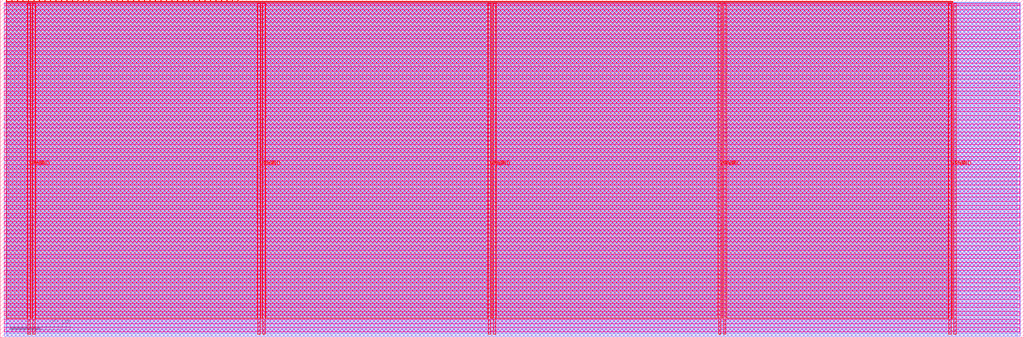
<source format=lef>
VERSION 5.7 ;
  NOWIREEXTENSIONATPIN ON ;
  DIVIDERCHAR "/" ;
  BUSBITCHARS "[]" ;
MACRO tt_um_emern_top
  CLASS BLOCK ;
  FOREIGN tt_um_emern_top ;
  ORIGIN 0.000 0.000 ;
  SIZE 682.640 BY 225.760 ;
  PIN VGND
    DIRECTION INOUT ;
    USE GROUND ;
    PORT
      LAYER met4 ;
        RECT 21.580 2.480 23.180 223.280 ;
    END
    PORT
      LAYER met4 ;
        RECT 175.180 2.480 176.780 223.280 ;
    END
    PORT
      LAYER met4 ;
        RECT 328.780 2.480 330.380 223.280 ;
    END
    PORT
      LAYER met4 ;
        RECT 482.380 2.480 483.980 223.280 ;
    END
    PORT
      LAYER met4 ;
        RECT 635.980 2.480 637.580 223.280 ;
    END
  END VGND
  PIN VPWR
    DIRECTION INOUT ;
    USE POWER ;
    PORT
      LAYER met4 ;
        RECT 18.280 2.480 19.880 223.280 ;
    END
    PORT
      LAYER met4 ;
        RECT 171.880 2.480 173.480 223.280 ;
    END
    PORT
      LAYER met4 ;
        RECT 325.480 2.480 327.080 223.280 ;
    END
    PORT
      LAYER met4 ;
        RECT 479.080 2.480 480.680 223.280 ;
    END
    PORT
      LAYER met4 ;
        RECT 632.680 2.480 634.280 223.280 ;
    END
  END VPWR
  PIN clk
    DIRECTION INPUT ;
    USE SIGNAL ;
    ANTENNAGATEAREA 0.852000 ;
    PORT
      LAYER met4 ;
        RECT 154.870 224.760 155.170 225.760 ;
    END
  END clk
  PIN ena
    DIRECTION INPUT ;
    USE SIGNAL ;
    PORT
      LAYER met4 ;
        RECT 158.550 224.760 158.850 225.760 ;
    END
  END ena
  PIN rst_n
    DIRECTION INPUT ;
    USE SIGNAL ;
    ANTENNAGATEAREA 0.196500 ;
    PORT
      LAYER met4 ;
        RECT 151.190 224.760 151.490 225.760 ;
    END
  END rst_n
  PIN ui_in[0]
    DIRECTION INPUT ;
    USE SIGNAL ;
    PORT
      LAYER met4 ;
        RECT 147.510 224.760 147.810 225.760 ;
    END
  END ui_in[0]
  PIN ui_in[1]
    DIRECTION INPUT ;
    USE SIGNAL ;
    PORT
      LAYER met4 ;
        RECT 143.830 224.760 144.130 225.760 ;
    END
  END ui_in[1]
  PIN ui_in[2]
    DIRECTION INPUT ;
    USE SIGNAL ;
    PORT
      LAYER met4 ;
        RECT 140.150 224.760 140.450 225.760 ;
    END
  END ui_in[2]
  PIN ui_in[3]
    DIRECTION INPUT ;
    USE SIGNAL ;
    PORT
      LAYER met4 ;
        RECT 136.470 224.760 136.770 225.760 ;
    END
  END ui_in[3]
  PIN ui_in[4]
    DIRECTION INPUT ;
    USE SIGNAL ;
    PORT
      LAYER met4 ;
        RECT 132.790 224.760 133.090 225.760 ;
    END
  END ui_in[4]
  PIN ui_in[5]
    DIRECTION INPUT ;
    USE SIGNAL ;
    PORT
      LAYER met4 ;
        RECT 129.110 224.760 129.410 225.760 ;
    END
  END ui_in[5]
  PIN ui_in[6]
    DIRECTION INPUT ;
    USE SIGNAL ;
    PORT
      LAYER met4 ;
        RECT 125.430 224.760 125.730 225.760 ;
    END
  END ui_in[6]
  PIN ui_in[7]
    DIRECTION INPUT ;
    USE SIGNAL ;
    PORT
      LAYER met4 ;
        RECT 121.750 224.760 122.050 225.760 ;
    END
  END ui_in[7]
  PIN uio_in[0]
    DIRECTION INPUT ;
    USE SIGNAL ;
    ANTENNAGATEAREA 0.196500 ;
    PORT
      LAYER met4 ;
        RECT 118.070 224.760 118.370 225.760 ;
    END
  END uio_in[0]
  PIN uio_in[1]
    DIRECTION INPUT ;
    USE SIGNAL ;
    ANTENNAGATEAREA 0.196500 ;
    PORT
      LAYER met4 ;
        RECT 114.390 224.760 114.690 225.760 ;
    END
  END uio_in[1]
  PIN uio_in[2]
    DIRECTION INPUT ;
    USE SIGNAL ;
    PORT
      LAYER met4 ;
        RECT 110.710 224.760 111.010 225.760 ;
    END
  END uio_in[2]
  PIN uio_in[3]
    DIRECTION INPUT ;
    USE SIGNAL ;
    ANTENNAGATEAREA 0.196500 ;
    PORT
      LAYER met4 ;
        RECT 107.030 224.760 107.330 225.760 ;
    END
  END uio_in[3]
  PIN uio_in[4]
    DIRECTION INPUT ;
    USE SIGNAL ;
    PORT
      LAYER met4 ;
        RECT 103.350 224.760 103.650 225.760 ;
    END
  END uio_in[4]
  PIN uio_in[5]
    DIRECTION INPUT ;
    USE SIGNAL ;
    PORT
      LAYER met4 ;
        RECT 99.670 224.760 99.970 225.760 ;
    END
  END uio_in[5]
  PIN uio_in[6]
    DIRECTION INPUT ;
    USE SIGNAL ;
    PORT
      LAYER met4 ;
        RECT 95.990 224.760 96.290 225.760 ;
    END
  END uio_in[6]
  PIN uio_in[7]
    DIRECTION INPUT ;
    USE SIGNAL ;
    PORT
      LAYER met4 ;
        RECT 92.310 224.760 92.610 225.760 ;
    END
  END uio_in[7]
  PIN uio_oe[0]
    DIRECTION OUTPUT ;
    USE SIGNAL ;
    ANTENNADIFFAREA 0.445500 ;
    PORT
      LAYER met4 ;
        RECT 29.750 224.760 30.050 225.760 ;
    END
  END uio_oe[0]
  PIN uio_oe[1]
    DIRECTION OUTPUT ;
    USE SIGNAL ;
    ANTENNADIFFAREA 0.445500 ;
    PORT
      LAYER met4 ;
        RECT 26.070 224.760 26.370 225.760 ;
    END
  END uio_oe[1]
  PIN uio_oe[2]
    DIRECTION OUTPUT ;
    USE SIGNAL ;
    ANTENNADIFFAREA 0.445500 ;
    PORT
      LAYER met4 ;
        RECT 22.390 224.760 22.690 225.760 ;
    END
  END uio_oe[2]
  PIN uio_oe[3]
    DIRECTION OUTPUT ;
    USE SIGNAL ;
    ANTENNADIFFAREA 0.445500 ;
    PORT
      LAYER met4 ;
        RECT 18.710 224.760 19.010 225.760 ;
    END
  END uio_oe[3]
  PIN uio_oe[4]
    DIRECTION OUTPUT ;
    USE SIGNAL ;
    ANTENNADIFFAREA 0.445500 ;
    PORT
      LAYER met4 ;
        RECT 15.030 224.760 15.330 225.760 ;
    END
  END uio_oe[4]
  PIN uio_oe[5]
    DIRECTION OUTPUT ;
    USE SIGNAL ;
    ANTENNADIFFAREA 0.445500 ;
    PORT
      LAYER met4 ;
        RECT 11.350 224.760 11.650 225.760 ;
    END
  END uio_oe[5]
  PIN uio_oe[6]
    DIRECTION OUTPUT ;
    USE SIGNAL ;
    ANTENNADIFFAREA 0.445500 ;
    PORT
      LAYER met4 ;
        RECT 7.670 224.760 7.970 225.760 ;
    END
  END uio_oe[6]
  PIN uio_oe[7]
    DIRECTION OUTPUT ;
    USE SIGNAL ;
    ANTENNADIFFAREA 0.445500 ;
    PORT
      LAYER met4 ;
        RECT 3.990 224.760 4.290 225.760 ;
    END
  END uio_oe[7]
  PIN uio_out[0]
    DIRECTION OUTPUT ;
    USE SIGNAL ;
    ANTENNADIFFAREA 0.445500 ;
    PORT
      LAYER met4 ;
        RECT 59.190 224.760 59.490 225.760 ;
    END
  END uio_out[0]
  PIN uio_out[1]
    DIRECTION OUTPUT ;
    USE SIGNAL ;
    ANTENNADIFFAREA 0.445500 ;
    PORT
      LAYER met4 ;
        RECT 55.510 224.760 55.810 225.760 ;
    END
  END uio_out[1]
  PIN uio_out[2]
    DIRECTION OUTPUT ;
    USE SIGNAL ;
    ANTENNADIFFAREA 0.445500 ;
    PORT
      LAYER met4 ;
        RECT 51.830 224.760 52.130 225.760 ;
    END
  END uio_out[2]
  PIN uio_out[3]
    DIRECTION OUTPUT ;
    USE SIGNAL ;
    ANTENNADIFFAREA 0.445500 ;
    PORT
      LAYER met4 ;
        RECT 48.150 224.760 48.450 225.760 ;
    END
  END uio_out[3]
  PIN uio_out[4]
    DIRECTION OUTPUT ;
    USE SIGNAL ;
    ANTENNADIFFAREA 0.445500 ;
    PORT
      LAYER met4 ;
        RECT 44.470 224.760 44.770 225.760 ;
    END
  END uio_out[4]
  PIN uio_out[5]
    DIRECTION OUTPUT ;
    USE SIGNAL ;
    ANTENNADIFFAREA 0.445500 ;
    PORT
      LAYER met4 ;
        RECT 40.790 224.760 41.090 225.760 ;
    END
  END uio_out[5]
  PIN uio_out[6]
    DIRECTION OUTPUT ;
    USE SIGNAL ;
    ANTENNADIFFAREA 0.445500 ;
    PORT
      LAYER met4 ;
        RECT 37.110 224.760 37.410 225.760 ;
    END
  END uio_out[6]
  PIN uio_out[7]
    DIRECTION OUTPUT ;
    USE SIGNAL ;
    ANTENNADIFFAREA 0.445500 ;
    PORT
      LAYER met4 ;
        RECT 33.430 224.760 33.730 225.760 ;
    END
  END uio_out[7]
  PIN uo_out[0]
    DIRECTION OUTPUT ;
    USE SIGNAL ;
    ANTENNADIFFAREA 0.924000 ;
    PORT
      LAYER met4 ;
        RECT 88.630 224.760 88.930 225.760 ;
    END
  END uo_out[0]
  PIN uo_out[1]
    DIRECTION OUTPUT ;
    USE SIGNAL ;
    ANTENNADIFFAREA 0.924000 ;
    PORT
      LAYER met4 ;
        RECT 84.950 224.760 85.250 225.760 ;
    END
  END uo_out[1]
  PIN uo_out[2]
    DIRECTION OUTPUT ;
    USE SIGNAL ;
    ANTENNADIFFAREA 0.924000 ;
    PORT
      LAYER met4 ;
        RECT 81.270 224.760 81.570 225.760 ;
    END
  END uo_out[2]
  PIN uo_out[3]
    DIRECTION OUTPUT ;
    USE SIGNAL ;
    ANTENNADIFFAREA 0.795200 ;
    PORT
      LAYER met4 ;
        RECT 77.590 224.760 77.890 225.760 ;
    END
  END uo_out[3]
  PIN uo_out[4]
    DIRECTION OUTPUT ;
    USE SIGNAL ;
    ANTENNADIFFAREA 0.924000 ;
    PORT
      LAYER met4 ;
        RECT 73.910 224.760 74.210 225.760 ;
    END
  END uo_out[4]
  PIN uo_out[5]
    DIRECTION OUTPUT ;
    USE SIGNAL ;
    ANTENNADIFFAREA 0.924000 ;
    PORT
      LAYER met4 ;
        RECT 70.230 224.760 70.530 225.760 ;
    END
  END uo_out[5]
  PIN uo_out[6]
    DIRECTION OUTPUT ;
    USE SIGNAL ;
    ANTENNADIFFAREA 0.924000 ;
    PORT
      LAYER met4 ;
        RECT 66.550 224.760 66.850 225.760 ;
    END
  END uo_out[6]
  PIN uo_out[7]
    DIRECTION OUTPUT ;
    USE SIGNAL ;
    ANTENNADIFFAREA 0.445500 ;
    PORT
      LAYER met4 ;
        RECT 62.870 224.760 63.170 225.760 ;
    END
  END uo_out[7]
  OBS
      LAYER nwell ;
        RECT 2.570 221.625 680.070 223.230 ;
        RECT 2.570 216.185 680.070 219.015 ;
        RECT 2.570 210.745 680.070 213.575 ;
        RECT 2.570 205.305 680.070 208.135 ;
        RECT 2.570 199.865 680.070 202.695 ;
        RECT 2.570 194.425 680.070 197.255 ;
        RECT 2.570 188.985 680.070 191.815 ;
        RECT 2.570 183.545 680.070 186.375 ;
        RECT 2.570 178.105 680.070 180.935 ;
        RECT 2.570 172.665 680.070 175.495 ;
        RECT 2.570 167.225 680.070 170.055 ;
        RECT 2.570 161.785 680.070 164.615 ;
        RECT 2.570 156.345 680.070 159.175 ;
        RECT 2.570 150.905 680.070 153.735 ;
        RECT 2.570 145.465 680.070 148.295 ;
        RECT 2.570 140.025 680.070 142.855 ;
        RECT 2.570 134.585 680.070 137.415 ;
        RECT 2.570 129.145 680.070 131.975 ;
        RECT 2.570 123.705 680.070 126.535 ;
        RECT 2.570 118.265 680.070 121.095 ;
        RECT 2.570 112.825 680.070 115.655 ;
        RECT 2.570 107.385 680.070 110.215 ;
        RECT 2.570 101.945 680.070 104.775 ;
        RECT 2.570 96.505 680.070 99.335 ;
        RECT 2.570 91.065 680.070 93.895 ;
        RECT 2.570 85.625 680.070 88.455 ;
        RECT 2.570 80.185 680.070 83.015 ;
        RECT 2.570 74.745 680.070 77.575 ;
        RECT 2.570 69.305 680.070 72.135 ;
        RECT 2.570 63.865 680.070 66.695 ;
        RECT 2.570 58.425 680.070 61.255 ;
        RECT 2.570 52.985 680.070 55.815 ;
        RECT 2.570 47.545 680.070 50.375 ;
        RECT 2.570 42.105 680.070 44.935 ;
        RECT 2.570 36.665 680.070 39.495 ;
        RECT 2.570 31.225 680.070 34.055 ;
        RECT 2.570 25.785 680.070 28.615 ;
        RECT 2.570 20.345 680.070 23.175 ;
        RECT 2.570 14.905 680.070 17.735 ;
        RECT 2.570 9.465 680.070 12.295 ;
        RECT 2.570 4.025 680.070 6.855 ;
      LAYER li1 ;
        RECT 2.760 2.635 679.880 223.125 ;
      LAYER met1 ;
        RECT 2.760 1.060 680.180 223.680 ;
      LAYER met2 ;
        RECT 4.240 1.030 678.410 224.245 ;
      LAYER met3 ;
        RECT 3.950 2.555 678.435 224.225 ;
      LAYER met4 ;
        RECT 4.690 224.360 7.270 224.760 ;
        RECT 8.370 224.360 10.950 224.760 ;
        RECT 12.050 224.360 14.630 224.760 ;
        RECT 15.730 224.360 18.310 224.760 ;
        RECT 19.410 224.360 21.990 224.760 ;
        RECT 23.090 224.360 25.670 224.760 ;
        RECT 26.770 224.360 29.350 224.760 ;
        RECT 30.450 224.360 33.030 224.760 ;
        RECT 34.130 224.360 36.710 224.760 ;
        RECT 37.810 224.360 40.390 224.760 ;
        RECT 41.490 224.360 44.070 224.760 ;
        RECT 45.170 224.360 47.750 224.760 ;
        RECT 48.850 224.360 51.430 224.760 ;
        RECT 52.530 224.360 55.110 224.760 ;
        RECT 56.210 224.360 58.790 224.760 ;
        RECT 59.890 224.360 62.470 224.760 ;
        RECT 63.570 224.360 66.150 224.760 ;
        RECT 67.250 224.360 69.830 224.760 ;
        RECT 70.930 224.360 73.510 224.760 ;
        RECT 74.610 224.360 77.190 224.760 ;
        RECT 78.290 224.360 80.870 224.760 ;
        RECT 81.970 224.360 84.550 224.760 ;
        RECT 85.650 224.360 88.230 224.760 ;
        RECT 89.330 224.360 91.910 224.760 ;
        RECT 93.010 224.360 95.590 224.760 ;
        RECT 96.690 224.360 99.270 224.760 ;
        RECT 100.370 224.360 102.950 224.760 ;
        RECT 104.050 224.360 106.630 224.760 ;
        RECT 107.730 224.360 110.310 224.760 ;
        RECT 111.410 224.360 113.990 224.760 ;
        RECT 115.090 224.360 117.670 224.760 ;
        RECT 118.770 224.360 121.350 224.760 ;
        RECT 122.450 224.360 125.030 224.760 ;
        RECT 126.130 224.360 128.710 224.760 ;
        RECT 129.810 224.360 132.390 224.760 ;
        RECT 133.490 224.360 136.070 224.760 ;
        RECT 137.170 224.360 139.750 224.760 ;
        RECT 140.850 224.360 143.430 224.760 ;
        RECT 144.530 224.360 147.110 224.760 ;
        RECT 148.210 224.360 150.790 224.760 ;
        RECT 151.890 224.360 154.470 224.760 ;
        RECT 155.570 224.360 158.150 224.760 ;
        RECT 159.250 224.360 635.425 224.760 ;
        RECT 3.975 223.680 635.425 224.360 ;
        RECT 3.975 13.095 17.880 223.680 ;
        RECT 20.280 13.095 21.180 223.680 ;
        RECT 23.580 13.095 171.480 223.680 ;
        RECT 173.880 13.095 174.780 223.680 ;
        RECT 177.180 13.095 325.080 223.680 ;
        RECT 327.480 13.095 328.380 223.680 ;
        RECT 330.780 13.095 478.680 223.680 ;
        RECT 481.080 13.095 481.980 223.680 ;
        RECT 484.380 13.095 632.280 223.680 ;
        RECT 634.680 13.095 635.425 223.680 ;
  END
END tt_um_emern_top
END LIBRARY


</source>
